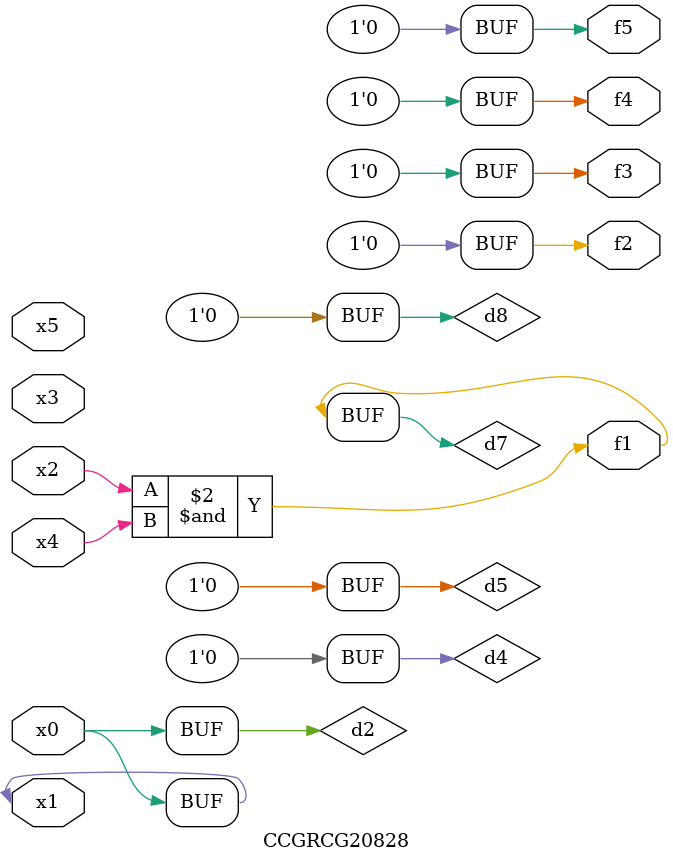
<source format=v>
module CCGRCG20828(
	input x0, x1, x2, x3, x4, x5,
	output f1, f2, f3, f4, f5
);

	wire d1, d2, d3, d4, d5, d6, d7, d8, d9;

	nand (d1, x1);
	buf (d2, x0, x1);
	nand (d3, x2, x4);
	and (d4, d1, d2);
	and (d5, d1, d2);
	nand (d6, d1, d3);
	not (d7, d3);
	xor (d8, d5);
	nor (d9, d5, d6);
	assign f1 = d7;
	assign f2 = d8;
	assign f3 = d8;
	assign f4 = d8;
	assign f5 = d8;
endmodule

</source>
